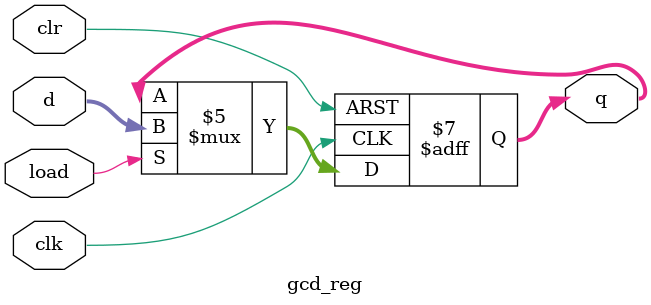
<source format=v>
`timescale 1ns / 1ps


module gcd_reg(
input wire load,
input wire clk,
input wire clr,
input wire [3:0]d,
output reg [3:0]q=0
    );
    always@(posedge clk or posedge clr)
    if(clr==1)
    q<=0;
    else if(load==1)
    q<=d;
    endmodule


</source>
